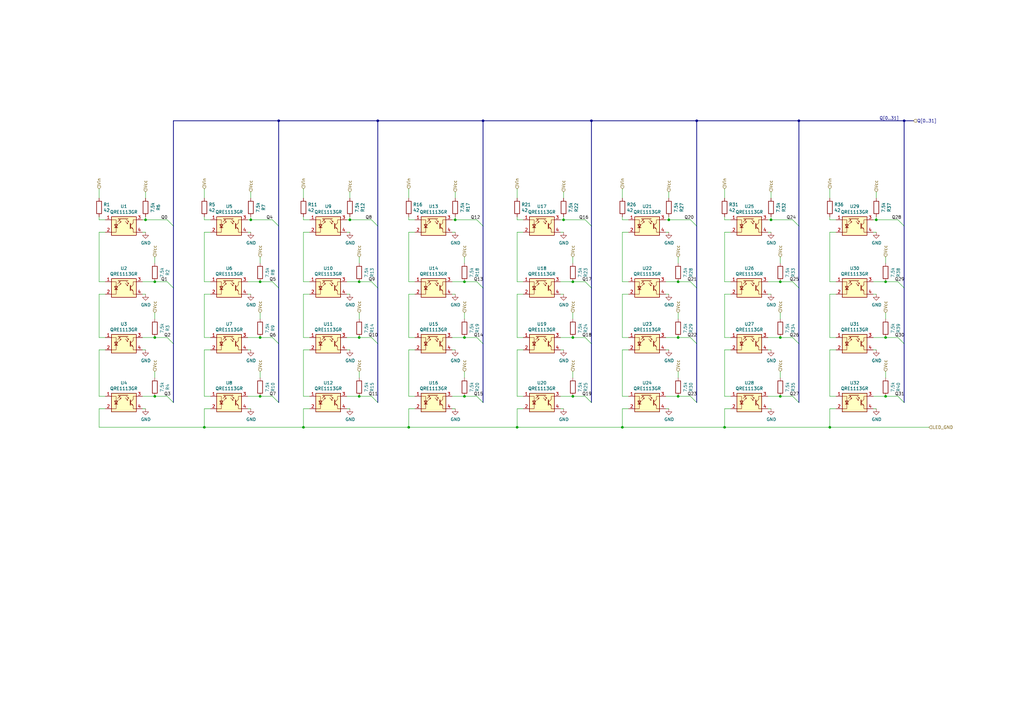
<source format=kicad_sch>
(kicad_sch (version 20211123) (generator eeschema)
  (paper "A3")
  (lib_symbols
    (symbol "Device:R" (pin_numbers hide) (pin_names (offset 0))
      (property "Reference" "R" (at 2.032 0 90))
      (property "Value" "R" (at 0 0 90))
      (symbol "R_0_1"
        (rectangle (start -1.016 -2.54) (end 1.016 2.54) (stroke (width 0.254)))
      )
      (symbol "R_1_1"
        (pin passive line (at 0 3.81 270) (length 1.27) (name "~") (number "1"))
        (pin passive line (at 0 -3.81 90) (length 1.27) (name "~") (number "2"))
      )
    )
    (symbol "Sensor_Proximity:QRE1113GR" (pin_names (offset 0.0254) hide)
      (property "Reference" "U" (at -3.81 5.08 0))
      (property "Value" "QRE1113GR" (at 11.43 5.08 0))
      (symbol "QRE1113GR_0_1"
        (polyline (pts (xy -3.81 -0.635) (xy -2.54 -0.635)) (stroke (width 0.254)))
        (polyline (pts (xy -2.286 2.921) (xy -2.032 3.175)))
        (polyline (pts (xy -1.778 2.921) (xy -1.524 3.175)))
        (polyline (pts (xy -1.524 2.667) (xy -1.651 2.159)))
        (polyline (pts (xy -1.27 2.921) (xy -1.016 3.175)))
        (polyline (pts (xy -1.143 1.905) (xy -1.27 1.397)))
        (polyline (pts (xy -0.762 2.921) (xy -0.508 3.175)))
        (polyline (pts (xy -0.254 2.921) (xy 0 3.175)))
        (polyline (pts (xy 0.254 2.921) (xy 0.508 3.175)))
        (polyline (pts (xy 0.762 2.921) (xy 1.016 3.175)))
        (polyline (pts (xy 1.27 2.921) (xy 1.524 3.175)))
        (polyline (pts (xy 1.651 0.889) (xy 1.143 1.016)))
        (polyline (pts (xy 1.778 2.921) (xy -2.413 2.921)))
        (polyline (pts (xy 2.032 1.651) (xy 1.524 1.778)))
        (polyline (pts (xy 2.667 -0.127) (xy 3.81 -1.27)))
        (polyline (pts (xy 2.667 0.127) (xy 3.81 1.27)))
        (polyline (pts (xy -2.54 1.651) (xy -1.524 2.667) (xy -2.032 2.54)))
        (polyline (pts (xy -2.159 0.889) (xy -1.143 1.905) (xy -1.651 1.778)))
        (polyline (pts (xy 0.635 1.905) (xy 1.651 0.889) (xy 1.524 1.397)))
        (polyline (pts (xy 1.016 2.667) (xy 2.032 1.651) (xy 1.905 2.159)))
        (polyline (pts (xy 2.667 1.016) (xy 2.667 -1.016) (xy 2.667 -1.016)) (stroke (width 0.3556)))
        (polyline (pts (xy 3.81 -1.27) (xy 3.81 -2.54) (xy 5.08 -2.54)))
        (polyline (pts (xy 3.81 1.27) (xy 3.81 2.54) (xy 5.08 2.54)))
        (polyline (pts (xy -5.08 -2.54) (xy -3.175 -2.54) (xy -3.175 2.54) (xy -5.08 2.54)))
        (polyline (pts (xy -3.175 -0.635) (xy -3.81 0.635) (xy -2.54 0.635) (xy -3.175 -0.635)) (stroke (width 0.254)))
        (polyline (pts (xy 3.683 -1.143) (xy 3.429 -0.635) (xy 3.175 -0.889) (xy 3.683 -1.143)))
        (polyline (pts (xy -5.08 -3.81) (xy 5.08 -3.81) (xy 5.08 3.81) (xy -5.08 3.81) (xy -5.08 -3.81)) (stroke (width 0.254)) (fill (type background)))
      )
      (symbol "QRE1113GR_1_1"
        (pin passive line (at -7.62 2.54 0) (length 2.54) (name "A") (number "1"))
        (pin passive line (at -7.62 -2.54 0) (length 2.54) (name "K") (number "2"))
        (pin open_collector line (at 7.62 2.54 180) (length 2.54) (name "~") (number "3"))
        (pin open_emitter line (at 7.62 -2.54 180) (length 2.54) (name "~") (number "4"))
      )
    )
    (symbol "power:GND" (power) (pin_names (offset 0))
      (property "Value" "GND" (at 0 -3.81 0))
      (symbol "GND_0_1"
        (polyline (pts (xy 0 0) (xy 0 -1.27) (xy 1.27 -1.27) (xy 0 -2.54) (xy -1.27 -1.27) (xy 0 -1.27)))
      )
      (symbol "GND_1_1"
        (pin power_in line (at 0 0 270) (length 0) hide (name "GND") (number "1"))
      )
    )
  )
  (junction (at 234.95 138.43))
  (junction (at 340.36 175.26))
  (junction (at 190.5 138.43))
  (junction (at 363.22 162.56))
  (junction (at 363.22 115.57))
  (junction (at 198.12 49.53))
  (junction (at 363.22 138.43))
  (junction (at 278.13 162.56))
  (junction (at 285.75 49.53))
  (junction (at 234.95 162.56))
  (junction (at 143.51 90.17))
  (junction (at 231.14 90.17))
  (junction (at 114.3 49.53))
  (junction (at 106.68 138.43))
  (junction (at 106.68 162.56))
  (junction (at 147.32 162.56))
  (junction (at 242.57 49.53))
  (junction (at 274.32 90.17))
  (junction (at 297.18 175.26))
  (junction (at 147.32 115.57))
  (junction (at 83.82 175.26))
  (junction (at 278.13 138.43))
  (junction (at 327.66 49.53))
  (junction (at 212.09 175.26))
  (junction (at 278.13 115.57))
  (junction (at 124.46 175.26))
  (junction (at 63.5 138.43))
  (junction (at 320.04 162.56))
  (junction (at 186.69 90.17))
  (junction (at 320.04 138.43))
  (junction (at 234.95 115.57))
  (junction (at 320.04 115.57))
  (junction (at 167.64 175.26))
  (junction (at 359.41 90.17))
  (junction (at 154.94 49.53))
  (junction (at 106.68 115.57))
  (junction (at 190.5 115.57))
  (junction (at 102.87 90.17))
  (junction (at 147.32 138.43))
  (junction (at 63.5 115.57))
  (junction (at 255.27 175.26))
  (junction (at 316.23 90.17))
  (junction (at 63.5 162.56))
  (junction (at 59.69 90.17))
  (junction (at 370.84 49.53))
  (junction (at 190.5 162.56))
  (bus_entry (at 152.4 90.17) (size 2.54 2.54))
  (bus_entry (at 68.58 90.17) (size 2.54 2.54))
  (bus_entry (at 111.76 90.17) (size 2.54 2.54))
  (bus_entry (at 368.3 138.43) (size 2.54 2.54))
  (bus_entry (at 325.12 115.57) (size 2.54 2.54))
  (bus_entry (at 152.4 115.57) (size 2.54 2.54))
  (bus_entry (at 111.76 138.43) (size 2.54 2.54))
  (bus_entry (at 68.58 162.56) (size 2.54 2.54))
  (bus_entry (at 195.58 138.43) (size 2.54 2.54))
  (bus_entry (at 283.21 138.43) (size 2.54 2.54))
  (bus_entry (at 240.03 90.17) (size 2.54 2.54))
  (bus_entry (at 283.21 162.56) (size 2.54 2.54))
  (bus_entry (at 195.58 162.56) (size 2.54 2.54))
  (bus_entry (at 111.76 115.57) (size 2.54 2.54))
  (bus_entry (at 240.03 138.43) (size 2.54 2.54))
  (bus_entry (at 111.76 162.56) (size 2.54 2.54))
  (bus_entry (at 325.12 162.56) (size 2.54 2.54))
  (bus_entry (at 325.12 138.43) (size 2.54 2.54))
  (bus_entry (at 195.58 90.17) (size 2.54 2.54))
  (bus_entry (at 368.3 90.17) (size 2.54 2.54))
  (bus_entry (at 240.03 162.56) (size 2.54 2.54))
  (bus_entry (at 195.58 115.57) (size 2.54 2.54))
  (bus_entry (at 368.3 162.56) (size 2.54 2.54))
  (bus_entry (at 368.3 115.57) (size 2.54 2.54))
  (bus_entry (at 152.4 162.56) (size 2.54 2.54))
  (bus_entry (at 152.4 138.43) (size 2.54 2.54))
  (bus_entry (at 68.58 138.43) (size 2.54 2.54))
  (bus_entry (at 283.21 90.17) (size 2.54 2.54))
  (bus_entry (at 68.58 115.57) (size 2.54 2.54))
  (bus_entry (at 240.03 115.57) (size 2.54 2.54))
  (bus_entry (at 325.12 90.17) (size 2.54 2.54))
  (bus_entry (at 283.21 115.57) (size 2.54 2.54))
  (wire (pts (xy 170.18 167.64) (xy 167.64 167.64)))
  (wire (pts (xy 143.51 81.28) (xy 143.51 78.74)))
  (wire (pts (xy 212.09 143.51) (xy 212.09 162.56)))
  (wire (pts (xy 363.22 107.95) (xy 363.22 105.41)))
  (wire (pts (xy 101.6 162.56) (xy 106.68 162.56)))
  (wire (pts (xy 255.27 90.17) (xy 257.81 90.17)))
  (bus (pts (xy 370.84 49.53) (xy 374.65 49.53)))
  (wire (pts (xy 40.64 77.47) (xy 40.64 81.28)))
  (bus (pts (xy 370.84 49.53) (xy 370.84 92.71)))
  (wire (pts (xy 320.04 138.43) (xy 325.12 138.43)))
  (wire (pts (xy 190.5 138.43) (xy 195.58 138.43)))
  (wire (pts (xy 86.36 120.65) (xy 83.82 120.65)))
  (wire (pts (xy 273.05 162.56) (xy 278.13 162.56)))
  (wire (pts (xy 167.64 77.47) (xy 167.64 81.28)))
  (wire (pts (xy 255.27 120.65) (xy 255.27 138.43)))
  (wire (pts (xy 212.09 162.56) (xy 214.63 162.56)))
  (wire (pts (xy 142.24 115.57) (xy 147.32 115.57)))
  (wire (pts (xy 143.51 90.17) (xy 152.4 90.17)))
  (wire (pts (xy 340.36 175.26) (xy 381 175.26)))
  (wire (pts (xy 167.64 143.51) (xy 167.64 162.56)))
  (wire (pts (xy 40.64 167.64) (xy 40.64 175.26)))
  (wire (pts (xy 101.6 115.57) (xy 106.68 115.57)))
  (wire (pts (xy 58.42 138.43) (xy 63.5 138.43)))
  (wire (pts (xy 58.42 95.25) (xy 59.69 95.25)))
  (wire (pts (xy 231.14 90.17) (xy 231.14 88.9)))
  (wire (pts (xy 273.05 120.65) (xy 274.32 120.65)))
  (wire (pts (xy 212.09 138.43) (xy 214.63 138.43)))
  (wire (pts (xy 231.14 143.51) (xy 229.87 143.51)))
  (wire (pts (xy 83.82 95.25) (xy 83.82 115.57)))
  (wire (pts (xy 58.42 162.56) (xy 63.5 162.56)))
  (wire (pts (xy 83.82 88.9) (xy 83.82 90.17)))
  (bus (pts (xy 198.12 140.97) (xy 198.12 165.1)))
  (wire (pts (xy 314.96 138.43) (xy 320.04 138.43)))
  (wire (pts (xy 142.24 138.43) (xy 147.32 138.43)))
  (wire (pts (xy 257.81 120.65) (xy 255.27 120.65)))
  (wire (pts (xy 106.68 107.95) (xy 106.68 105.41)))
  (wire (pts (xy 297.18 120.65) (xy 297.18 138.43)))
  (bus (pts (xy 285.75 92.71) (xy 285.75 118.11)))
  (wire (pts (xy 278.13 130.81) (xy 278.13 128.27)))
  (wire (pts (xy 316.23 90.17) (xy 325.12 90.17)))
  (wire (pts (xy 320.04 115.57) (xy 325.12 115.57)))
  (wire (pts (xy 186.69 90.17) (xy 195.58 90.17)))
  (wire (pts (xy 231.14 90.17) (xy 240.03 90.17)))
  (wire (pts (xy 63.5 162.56) (xy 68.58 162.56)))
  (wire (pts (xy 147.32 115.57) (xy 152.4 115.57)))
  (wire (pts (xy 342.9 167.64) (xy 340.36 167.64)))
  (wire (pts (xy 359.41 81.28) (xy 359.41 78.74)))
  (wire (pts (xy 124.46 143.51) (xy 124.46 162.56)))
  (wire (pts (xy 124.46 88.9) (xy 124.46 90.17)))
  (wire (pts (xy 255.27 77.47) (xy 255.27 81.28)))
  (wire (pts (xy 190.5 107.95) (xy 190.5 105.41)))
  (bus (pts (xy 114.3 118.11) (xy 114.3 140.97)))
  (wire (pts (xy 124.46 167.64) (xy 124.46 175.26)))
  (wire (pts (xy 124.46 95.25) (xy 124.46 115.57)))
  (wire (pts (xy 363.22 130.81) (xy 363.22 128.27)))
  (wire (pts (xy 143.51 143.51) (xy 142.24 143.51)))
  (bus (pts (xy 154.94 140.97) (xy 154.94 165.1)))
  (bus (pts (xy 242.57 118.11) (xy 242.57 140.97)))
  (wire (pts (xy 124.46 77.47) (xy 124.46 81.28)))
  (wire (pts (xy 83.82 138.43) (xy 86.36 138.43)))
  (wire (pts (xy 124.46 175.26) (xy 167.64 175.26)))
  (wire (pts (xy 273.05 167.64) (xy 274.32 167.64)))
  (wire (pts (xy 190.5 154.94) (xy 190.5 152.4)))
  (wire (pts (xy 58.42 115.57) (xy 63.5 115.57)))
  (wire (pts (xy 255.27 88.9) (xy 255.27 90.17)))
  (wire (pts (xy 124.46 90.17) (xy 127 90.17)))
  (bus (pts (xy 327.66 140.97) (xy 327.66 165.1)))
  (wire (pts (xy 363.22 154.94) (xy 363.22 152.4)))
  (bus (pts (xy 114.3 49.53) (xy 154.94 49.53)))
  (wire (pts (xy 359.41 90.17) (xy 368.3 90.17)))
  (bus (pts (xy 154.94 118.11) (xy 154.94 140.97)))
  (wire (pts (xy 274.32 143.51) (xy 273.05 143.51)))
  (bus (pts (xy 154.94 49.53) (xy 154.94 92.71)))
  (wire (pts (xy 320.04 130.81) (xy 320.04 128.27)))
  (wire (pts (xy 358.14 90.17) (xy 359.41 90.17)))
  (wire (pts (xy 170.18 143.51) (xy 167.64 143.51)))
  (wire (pts (xy 255.27 143.51) (xy 255.27 162.56)))
  (wire (pts (xy 297.18 115.57) (xy 299.72 115.57)))
  (bus (pts (xy 370.84 140.97) (xy 370.84 165.1)))
  (wire (pts (xy 316.23 81.28) (xy 316.23 78.74)))
  (wire (pts (xy 142.24 90.17) (xy 143.51 90.17)))
  (wire (pts (xy 234.95 154.94) (xy 234.95 152.4)))
  (wire (pts (xy 255.27 175.26) (xy 297.18 175.26)))
  (wire (pts (xy 190.5 162.56) (xy 195.58 162.56)))
  (wire (pts (xy 297.18 162.56) (xy 299.72 162.56)))
  (wire (pts (xy 63.5 138.43) (xy 68.58 138.43)))
  (bus (pts (xy 327.66 92.71) (xy 327.66 118.11)))
  (wire (pts (xy 342.9 120.65) (xy 340.36 120.65)))
  (wire (pts (xy 278.13 162.56) (xy 283.21 162.56)))
  (wire (pts (xy 101.6 167.64) (xy 102.87 167.64)))
  (wire (pts (xy 229.87 120.65) (xy 231.14 120.65)))
  (wire (pts (xy 167.64 95.25) (xy 170.18 95.25)))
  (wire (pts (xy 299.72 143.51) (xy 297.18 143.51)))
  (wire (pts (xy 316.23 143.51) (xy 314.96 143.51)))
  (bus (pts (xy 71.12 49.53) (xy 114.3 49.53)))
  (bus (pts (xy 154.94 49.53) (xy 198.12 49.53)))
  (wire (pts (xy 106.68 130.81) (xy 106.68 128.27)))
  (bus (pts (xy 71.12 118.11) (xy 71.12 140.97)))
  (wire (pts (xy 212.09 115.57) (xy 214.63 115.57)))
  (wire (pts (xy 359.41 143.51) (xy 358.14 143.51)))
  (bus (pts (xy 285.75 140.97) (xy 285.75 165.1)))
  (wire (pts (xy 43.18 120.65) (xy 40.64 120.65)))
  (wire (pts (xy 255.27 162.56) (xy 257.81 162.56)))
  (wire (pts (xy 229.87 138.43) (xy 234.95 138.43)))
  (wire (pts (xy 320.04 107.95) (xy 320.04 105.41)))
  (bus (pts (xy 285.75 118.11) (xy 285.75 140.97)))
  (wire (pts (xy 167.64 95.25) (xy 167.64 115.57)))
  (wire (pts (xy 106.68 154.94) (xy 106.68 152.4)))
  (bus (pts (xy 285.75 49.53) (xy 327.66 49.53)))
  (wire (pts (xy 40.64 175.26) (xy 83.82 175.26)))
  (wire (pts (xy 127 167.64) (xy 124.46 167.64)))
  (wire (pts (xy 59.69 90.17) (xy 59.69 88.9)))
  (wire (pts (xy 363.22 138.43) (xy 368.3 138.43)))
  (wire (pts (xy 297.18 95.25) (xy 297.18 115.57)))
  (wire (pts (xy 278.13 154.94) (xy 278.13 152.4)))
  (wire (pts (xy 102.87 90.17) (xy 111.76 90.17)))
  (wire (pts (xy 101.6 138.43) (xy 106.68 138.43)))
  (wire (pts (xy 63.5 154.94) (xy 63.5 152.4)))
  (wire (pts (xy 212.09 95.25) (xy 212.09 115.57)))
  (wire (pts (xy 340.36 143.51) (xy 340.36 162.56)))
  (bus (pts (xy 242.57 49.53) (xy 285.75 49.53)))
  (wire (pts (xy 185.42 115.57) (xy 190.5 115.57)))
  (wire (pts (xy 106.68 162.56) (xy 111.76 162.56)))
  (wire (pts (xy 101.6 120.65) (xy 102.87 120.65)))
  (wire (pts (xy 63.5 130.81) (xy 63.5 128.27)))
  (wire (pts (xy 297.18 167.64) (xy 297.18 175.26)))
  (wire (pts (xy 340.36 115.57) (xy 342.9 115.57)))
  (wire (pts (xy 340.36 88.9) (xy 340.36 90.17)))
  (wire (pts (xy 320.04 162.56) (xy 325.12 162.56)))
  (wire (pts (xy 297.18 95.25) (xy 299.72 95.25)))
  (wire (pts (xy 255.27 115.57) (xy 257.81 115.57)))
  (wire (pts (xy 234.95 115.57) (xy 240.03 115.57)))
  (wire (pts (xy 185.42 120.65) (xy 186.69 120.65)))
  (wire (pts (xy 124.46 162.56) (xy 127 162.56)))
  (bus (pts (xy 71.12 92.71) (xy 71.12 118.11)))
  (wire (pts (xy 278.13 115.57) (xy 283.21 115.57)))
  (bus (pts (xy 327.66 118.11) (xy 327.66 140.97)))
  (bus (pts (xy 198.12 92.71) (xy 198.12 118.11)))
  (wire (pts (xy 273.05 138.43) (xy 278.13 138.43)))
  (wire (pts (xy 340.36 120.65) (xy 340.36 138.43)))
  (wire (pts (xy 43.18 167.64) (xy 40.64 167.64)))
  (wire (pts (xy 185.42 162.56) (xy 190.5 162.56)))
  (wire (pts (xy 314.96 95.25) (xy 316.23 95.25)))
  (bus (pts (xy 327.66 49.53) (xy 327.66 92.71)))
  (wire (pts (xy 167.64 115.57) (xy 170.18 115.57)))
  (bus (pts (xy 242.57 92.71) (xy 242.57 118.11)))
  (wire (pts (xy 234.95 107.95) (xy 234.95 105.41)))
  (wire (pts (xy 186.69 90.17) (xy 186.69 88.9)))
  (wire (pts (xy 167.64 120.65) (xy 167.64 138.43)))
  (wire (pts (xy 274.32 81.28) (xy 274.32 78.74)))
  (wire (pts (xy 147.32 154.94) (xy 147.32 152.4)))
  (wire (pts (xy 190.5 115.57) (xy 195.58 115.57)))
  (bus (pts (xy 198.12 49.53) (xy 242.57 49.53)))
  (wire (pts (xy 59.69 143.51) (xy 58.42 143.51)))
  (wire (pts (xy 43.18 143.51) (xy 40.64 143.51)))
  (wire (pts (xy 340.36 95.25) (xy 342.9 95.25)))
  (wire (pts (xy 316.23 90.17) (xy 316.23 88.9)))
  (wire (pts (xy 340.36 77.47) (xy 340.36 81.28)))
  (wire (pts (xy 186.69 81.28) (xy 186.69 78.74)))
  (wire (pts (xy 124.46 120.65) (xy 124.46 138.43)))
  (wire (pts (xy 185.42 90.17) (xy 186.69 90.17)))
  (wire (pts (xy 127 120.65) (xy 124.46 120.65)))
  (wire (pts (xy 124.46 115.57) (xy 127 115.57)))
  (wire (pts (xy 229.87 115.57) (xy 234.95 115.57)))
  (wire (pts (xy 101.6 95.25) (xy 102.87 95.25)))
  (wire (pts (xy 83.82 115.57) (xy 86.36 115.57)))
  (wire (pts (xy 40.64 88.9) (xy 40.64 90.17)))
  (wire (pts (xy 273.05 115.57) (xy 278.13 115.57)))
  (wire (pts (xy 40.64 90.17) (xy 43.18 90.17)))
  (wire (pts (xy 257.81 143.51) (xy 255.27 143.51)))
  (wire (pts (xy 147.32 138.43) (xy 152.4 138.43)))
  (wire (pts (xy 86.36 143.51) (xy 83.82 143.51)))
  (bus (pts (xy 154.94 92.71) (xy 154.94 118.11)))
  (wire (pts (xy 124.46 95.25) (xy 127 95.25)))
  (wire (pts (xy 358.14 167.64) (xy 359.41 167.64)))
  (wire (pts (xy 273.05 95.25) (xy 274.32 95.25)))
  (wire (pts (xy 83.82 90.17) (xy 86.36 90.17)))
  (wire (pts (xy 314.96 115.57) (xy 320.04 115.57)))
  (wire (pts (xy 299.72 167.64) (xy 297.18 167.64)))
  (wire (pts (xy 147.32 107.95) (xy 147.32 105.41)))
  (wire (pts (xy 58.42 90.17) (xy 59.69 90.17)))
  (bus (pts (xy 285.75 49.53) (xy 285.75 92.71)))
  (wire (pts (xy 255.27 95.25) (xy 255.27 115.57)))
  (wire (pts (xy 278.13 138.43) (xy 283.21 138.43)))
  (wire (pts (xy 143.51 90.17) (xy 143.51 88.9)))
  (wire (pts (xy 340.36 167.64) (xy 340.36 175.26)))
  (wire (pts (xy 58.42 167.64) (xy 59.69 167.64)))
  (wire (pts (xy 83.82 167.64) (xy 83.82 175.26)))
  (wire (pts (xy 40.64 120.65) (xy 40.64 138.43)))
  (wire (pts (xy 212.09 95.25) (xy 214.63 95.25)))
  (wire (pts (xy 190.5 130.81) (xy 190.5 128.27)))
  (wire (pts (xy 83.82 162.56) (xy 86.36 162.56)))
  (wire (pts (xy 212.09 90.17) (xy 214.63 90.17)))
  (wire (pts (xy 358.14 138.43) (xy 363.22 138.43)))
  (wire (pts (xy 358.14 162.56) (xy 363.22 162.56)))
  (wire (pts (xy 314.96 90.17) (xy 316.23 90.17)))
  (wire (pts (xy 214.63 143.51) (xy 212.09 143.51)))
  (wire (pts (xy 342.9 143.51) (xy 340.36 143.51)))
  (bus (pts (xy 242.57 140.97) (xy 242.57 165.1)))
  (wire (pts (xy 299.72 120.65) (xy 297.18 120.65)))
  (wire (pts (xy 40.64 162.56) (xy 43.18 162.56)))
  (wire (pts (xy 147.32 130.81) (xy 147.32 128.27)))
  (wire (pts (xy 273.05 90.17) (xy 274.32 90.17)))
  (wire (pts (xy 314.96 167.64) (xy 316.23 167.64)))
  (wire (pts (xy 297.18 77.47) (xy 297.18 81.28)))
  (wire (pts (xy 363.22 162.56) (xy 368.3 162.56)))
  (wire (pts (xy 83.82 143.51) (xy 83.82 162.56)))
  (wire (pts (xy 142.24 120.65) (xy 143.51 120.65)))
  (wire (pts (xy 234.95 138.43) (xy 240.03 138.43)))
  (bus (pts (xy 198.12 49.53) (xy 198.12 92.71)))
  (wire (pts (xy 40.64 138.43) (xy 43.18 138.43)))
  (bus (pts (xy 198.12 118.11) (xy 198.12 140.97)))
  (wire (pts (xy 255.27 95.25) (xy 257.81 95.25)))
  (wire (pts (xy 359.41 90.17) (xy 359.41 88.9)))
  (wire (pts (xy 185.42 95.25) (xy 186.69 95.25)))
  (bus (pts (xy 370.84 118.11) (xy 370.84 140.97)))
  (wire (pts (xy 274.32 90.17) (xy 274.32 88.9)))
  (wire (pts (xy 106.68 138.43) (xy 111.76 138.43)))
  (bus (pts (xy 370.84 92.71) (xy 370.84 118.11)))
  (wire (pts (xy 229.87 90.17) (xy 231.14 90.17)))
  (wire (pts (xy 186.69 143.51) (xy 185.42 143.51)))
  (wire (pts (xy 102.87 143.51) (xy 101.6 143.51)))
  (wire (pts (xy 167.64 90.17) (xy 170.18 90.17)))
  (bus (pts (xy 114.3 49.53) (xy 114.3 92.71)))
  (wire (pts (xy 278.13 107.95) (xy 278.13 105.41)))
  (wire (pts (xy 142.24 162.56) (xy 147.32 162.56)))
  (wire (pts (xy 340.36 162.56) (xy 342.9 162.56)))
  (bus (pts (xy 242.57 49.53) (xy 242.57 92.71)))
  (wire (pts (xy 106.68 115.57) (xy 111.76 115.57)))
  (wire (pts (xy 185.42 167.64) (xy 186.69 167.64)))
  (wire (pts (xy 142.24 167.64) (xy 143.51 167.64)))
  (wire (pts (xy 212.09 77.47) (xy 212.09 81.28)))
  (wire (pts (xy 83.82 95.25) (xy 86.36 95.25)))
  (wire (pts (xy 127 143.51) (xy 124.46 143.51)))
  (wire (pts (xy 297.18 138.43) (xy 299.72 138.43)))
  (bus (pts (xy 114.3 92.71) (xy 114.3 118.11)))
  (wire (pts (xy 320.04 154.94) (xy 320.04 152.4)))
  (wire (pts (xy 170.18 120.65) (xy 167.64 120.65)))
  (wire (pts (xy 167.64 175.26) (xy 212.09 175.26)))
  (wire (pts (xy 40.64 143.51) (xy 40.64 162.56)))
  (wire (pts (xy 340.36 138.43) (xy 342.9 138.43)))
  (wire (pts (xy 214.63 167.64) (xy 212.09 167.64)))
  (wire (pts (xy 86.36 167.64) (xy 83.82 167.64)))
  (wire (pts (xy 274.32 90.17) (xy 283.21 90.17)))
  (wire (pts (xy 185.42 138.43) (xy 190.5 138.43)))
  (wire (pts (xy 358.14 115.57) (xy 363.22 115.57)))
  (wire (pts (xy 58.42 120.65) (xy 59.69 120.65)))
  (wire (pts (xy 102.87 90.17) (xy 102.87 88.9)))
  (wire (pts (xy 340.36 90.17) (xy 342.9 90.17)))
  (wire (pts (xy 59.69 81.28) (xy 59.69 78.74)))
  (wire (pts (xy 297.18 90.17) (xy 299.72 90.17)))
  (wire (pts (xy 102.87 81.28) (xy 102.87 78.74)))
  (wire (pts (xy 234.95 162.56) (xy 240.03 162.56)))
  (wire (pts (xy 83.82 77.47) (xy 83.82 81.28)))
  (wire (pts (xy 314.96 120.65) (xy 316.23 120.65)))
  (wire (pts (xy 167.64 162.56) (xy 170.18 162.56)))
  (wire (pts (xy 83.82 120.65) (xy 83.82 138.43)))
  (wire (pts (xy 167.64 167.64) (xy 167.64 175.26)))
  (wire (pts (xy 83.82 175.26) (xy 124.46 175.26)))
  (wire (pts (xy 229.87 162.56) (xy 234.95 162.56)))
  (wire (pts (xy 147.32 162.56) (xy 152.4 162.56)))
  (bus (pts (xy 327.66 49.53) (xy 370.84 49.53)))
  (wire (pts (xy 124.46 138.43) (xy 127 138.43)))
  (wire (pts (xy 255.27 138.43) (xy 257.81 138.43)))
  (wire (pts (xy 234.95 130.81) (xy 234.95 128.27)))
  (wire (pts (xy 229.87 167.64) (xy 231.14 167.64)))
  (wire (pts (xy 297.18 175.26) (xy 340.36 175.26)))
  (wire (pts (xy 167.64 138.43) (xy 170.18 138.43)))
  (wire (pts (xy 340.36 95.25) (xy 340.36 115.57)))
  (wire (pts (xy 212.09 88.9) (xy 212.09 90.17)))
  (wire (pts (xy 63.5 115.57) (xy 68.58 115.57)))
  (bus (pts (xy 71.12 140.97) (xy 71.12 165.1)))
  (wire (pts (xy 255.27 167.64) (xy 255.27 175.26)))
  (bus (pts (xy 71.12 49.53) (xy 71.12 92.71)))
  (wire (pts (xy 358.14 120.65) (xy 359.41 120.65)))
  (wire (pts (xy 212.09 167.64) (xy 212.09 175.26)))
  (wire (pts (xy 257.81 167.64) (xy 255.27 167.64)))
  (wire (pts (xy 101.6 90.17) (xy 102.87 90.17)))
  (wire (pts (xy 40.64 95.25) (xy 43.18 95.25)))
  (wire (pts (xy 358.14 95.25) (xy 359.41 95.25)))
  (wire (pts (xy 297.18 143.51) (xy 297.18 162.56)))
  (wire (pts (xy 40.64 115.57) (xy 43.18 115.57)))
  (wire (pts (xy 59.69 90.17) (xy 68.58 90.17)))
  (wire (pts (xy 212.09 175.26) (xy 255.27 175.26)))
  (wire (pts (xy 314.96 162.56) (xy 320.04 162.56)))
  (wire (pts (xy 363.22 115.57) (xy 368.3 115.57)))
  (wire (pts (xy 212.09 120.65) (xy 212.09 138.43)))
  (wire (pts (xy 63.5 107.95) (xy 63.5 105.41)))
  (wire (pts (xy 214.63 120.65) (xy 212.09 120.65)))
  (wire (pts (xy 167.64 88.9) (xy 167.64 90.17)))
  (wire (pts (xy 142.24 95.25) (xy 143.51 95.25)))
  (bus (pts (xy 114.3 140.97) (xy 114.3 165.1)))
  (wire (pts (xy 297.18 88.9) (xy 297.18 90.17)))
  (wire (pts (xy 40.64 95.25) (xy 40.64 115.57)))
  (wire (pts (xy 231.14 81.28) (xy 231.14 78.74)))
  (wire (pts (xy 229.87 95.25) (xy 231.14 95.25)))
  (label "Q9" (at 151.13 115.57 0))
  (label "Q31" (at 367.03 162.56 0))
  (label "Q20" (at 280.67 90.17 0))
  (label "Q6" (at 110.49 138.43 0))
  (label "Q15" (at 194.31 162.56 0))
  (label "Q4" (at 109.22 90.17 0))
  (label "Q19" (at 238.76 162.56 0))
  (label "Q12" (at 193.04 90.17 0))
  (label "Q10" (at 151.13 138.43 0))
  (label "Q2" (at 67.31 138.43 0))
  (label "Q23" (at 281.94 162.56 0))
  (label "Q11" (at 151.13 162.56 0))
  (label "Q28" (at 365.76 90.17 0))
  (label "Q27" (at 323.85 162.56 0))
  (label "Q5" (at 110.49 115.57 0))
  (label "Q26" (at 323.85 138.43 0))
  (label "Q0" (at 66.04 90.17 0))
  (label "Q13" (at 194.31 115.57 0))
  (label "Q25" (at 323.85 115.57 0))
  (label "Q30" (at 367.03 138.43 0))
  (label "Q7" (at 110.49 162.56 0))
  (label "Q1" (at 66.04 115.57 0))
  (label "Q3" (at 67.31 162.56 0))
  (label "Q24" (at 322.58 90.17 0))
  (label "Q[0..31]" (at 360.68 49.53 0))
  (label "Q16" (at 237.49 90.17 0))
  (label "Q17" (at 238.76 115.57 0))
  (label "Q21" (at 281.94 115.57 0))
  (label "Q8" (at 149.86 90.17 0))
  (label "Q18" (at 238.76 138.43 0))
  (label "Q14" (at 194.31 138.43 0))
  (label "Q22" (at 281.94 138.43 0))
  (label "Q29" (at 367.03 115.57 0))
  (hierarchical_label "Vin" (shape input) (at 255.27 77.47 90))
  (hierarchical_label "Vcc" (shape input) (at 234.95 152.4 90))
  (hierarchical_label "Vcc" (shape input) (at 320.04 152.4 90))
  (hierarchical_label "Vcc" (shape input) (at 190.5 105.41 90))
  (hierarchical_label "Vcc" (shape input) (at 320.04 128.27 90))
  (hierarchical_label "Vin" (shape input) (at 167.64 77.47 90))
  (hierarchical_label "Vcc" (shape input) (at 278.13 128.27 90))
  (hierarchical_label "Vcc" (shape input) (at 63.5 128.27 90))
  (hierarchical_label "Vin" (shape input) (at 297.18 77.47 90))
  (hierarchical_label "Vcc" (shape input) (at 278.13 152.4 90))
  (hierarchical_label "Vcc" (shape input) (at 363.22 128.27 90))
  (hierarchical_label "Vcc" (shape input) (at 106.68 152.4 90))
  (hierarchical_label "Vcc" (shape input) (at 190.5 152.4 90))
  (hierarchical_label "Vcc" (shape input) (at 234.95 105.41 90))
  (hierarchical_label "Vcc" (shape input) (at 363.22 105.41 90))
  (hierarchical_label "Vcc" (shape input) (at 143.51 78.74 90))
  (hierarchical_label "Vcc" (shape input) (at 106.68 128.27 90))
  (hierarchical_label "Vin" (shape input) (at 212.09 77.47 90))
  (hierarchical_label "Vcc" (shape input) (at 147.32 128.27 90))
  (hierarchical_label "Vin" (shape input) (at 40.64 77.47 90))
  (hierarchical_label "Vcc" (shape input) (at 147.32 105.41 90))
  (hierarchical_label "Vcc" (shape input) (at 106.68 105.41 90))
  (hierarchical_label "Vcc" (shape input) (at 186.69 78.74 90))
  (hierarchical_label "Vcc" (shape input) (at 359.41 78.74 90))
  (hierarchical_label "Vin" (shape input) (at 124.46 77.47 90))
  (hierarchical_label "Vin" (shape input) (at 83.82 77.47 90))
  (hierarchical_label "Vcc" (shape input) (at 190.5 128.27 90))
  (hierarchical_label "Vcc" (shape input) (at 363.22 152.4 90))
  (hierarchical_label "Vcc" (shape input) (at 278.13 105.41 90))
  (hierarchical_label "LED_GND" (shape input) (at 381 175.26 0))
  (hierarchical_label "Vcc" (shape input) (at 231.14 78.74 90))
  (hierarchical_label "Vcc" (shape input) (at 102.87 78.74 90))
  (hierarchical_label "Vcc" (shape input) (at 59.69 78.74 90))
  (hierarchical_label "Vcc" (shape input) (at 63.5 152.4 90))
  (hierarchical_label "Vcc" (shape input) (at 63.5 105.41 90))
  (hierarchical_label "Vcc" (shape input) (at 234.95 128.27 90))
  (hierarchical_label "Vcc" (shape input) (at 320.04 105.41 90))
  (hierarchical_label "Vcc" (shape input) (at 316.23 78.74 90))
  (hierarchical_label "Vcc" (shape input) (at 274.32 78.74 90))
  (hierarchical_label "Q[0..31]" (shape input) (at 374.65 49.53 0))
  (hierarchical_label "Vcc" (shape input) (at 147.32 152.4 90))
  (hierarchical_label "Vin" (shape input) (at 340.36 77.47 90))
  (symbol (lib_id "Device:R") (at 40.64 85.09 0) (unit 1)
    (property "Reference" "R1" (at 42.418 83.9216 0) (effects (justify left)))
    (property "Value" "42" (at 42.418 86.233 0) (effects (justify left)))
    (property "Footprint" "Resistor_SMD:R_1206_3216Metric" (effects hide))
  )
  (symbol (lib_id "Device:R") (at 59.69 85.09 180) (unit 1)
    (property "Reference" "R6" (at 64.9478 85.09 90))
    (property "Value" "7.5k" (at 62.6364 85.09 90))
    (property "Footprint" "Resistor_SMD:R_1206_3216Metric" (effects hide))
  )
  (symbol (lib_id "Sensor_Proximity:QRE1113GR") (at 50.8 92.71 0) (unit 1)
    (property "Reference" "U1" (at 50.8 84.6582 0))
    (property "Value" "QRE1113GR" (at 50.8 86.9696 0))
    (property "Footprint" "OptoDevice:OnSemi_CASE100CY" (effects hide))
    (property "Datasheet" "http://www.onsemi.com/pub/Collateral/QRE1113-D.PDF" (effects hide))
  )
  (symbol (lib_id "power:GND") (at 59.69 95.25 0) (unit 1)
    (property "Reference" "#PWR0120" (effects hide))
    (property "Value" "GND" (at 59.817 99.6442 0))
  )
  (symbol (lib_id "Sensor_Proximity:QRE1113GR") (at 50.8 118.11 0) (unit 1)
    (property "Reference" "U2" (at 50.8 110.0582 0))
    (property "Value" "QRE1113GR" (at 50.8 112.3696 0))
    (property "Footprint" "OptoDevice:OnSemi_CASE100CY" (effects hide))
    (property "Datasheet" "http://www.onsemi.com/pub/Collateral/QRE1113-D.PDF" (effects hide))
  )
  (symbol (lib_id "Sensor_Proximity:QRE1113GR") (at 50.8 140.97 0) (unit 1)
    (property "Reference" "U3" (at 50.8 132.9182 0))
    (property "Value" "QRE1113GR" (at 50.8 135.2296 0))
    (property "Footprint" "OptoDevice:OnSemi_CASE100CY" (effects hide))
    (property "Datasheet" "http://www.onsemi.com/pub/Collateral/QRE1113-D.PDF" (effects hide))
  )
  (symbol (lib_id "Sensor_Proximity:QRE1113GR") (at 50.8 165.1 0) (unit 1)
    (property "Reference" "U4" (at 50.8 157.0482 0))
    (property "Value" "QRE1113GR" (at 50.8 159.3596 0))
    (property "Footprint" "OptoDevice:OnSemi_CASE100CY" (effects hide))
    (property "Datasheet" "http://www.onsemi.com/pub/Collateral/QRE1113-D.PDF" (effects hide))
  )
  (symbol (lib_id "power:GND") (at 59.69 120.65 0) (unit 1)
    (property "Reference" "#PWR0115" (effects hide))
    (property "Value" "GND" (at 59.817 125.0442 0))
  )
  (symbol (lib_id "power:GND") (at 59.69 143.51 0) (unit 1)
    (property "Reference" "#PWR03" (effects hide))
    (property "Value" "GND" (at 59.817 147.9042 0))
  )
  (symbol (lib_id "power:GND") (at 59.69 167.64 0) (unit 1)
    (property "Reference" "#PWR0117" (effects hide))
    (property "Value" "GND" (at 59.817 172.0342 0))
  )
  (symbol (lib_id "Device:R") (at 63.5 111.76 180) (unit 1)
    (property "Reference" "R2" (at 68.7578 111.76 90))
    (property "Value" "7.5k" (at 66.4464 111.76 90))
    (property "Footprint" "Resistor_SMD:R_1206_3216Metric" (effects hide))
  )
  (symbol (lib_id "Device:R") (at 63.5 134.62 180) (unit 1)
    (property "Reference" "R3" (at 68.7578 134.62 90))
    (property "Value" "7.5k" (at 66.4464 134.62 90))
    (property "Footprint" "Resistor_SMD:R_1206_3216Metric" (effects hide))
  )
  (symbol (lib_id "Device:R") (at 63.5 158.75 180) (unit 1)
    (property "Reference" "R4" (at 68.7578 158.75 90))
    (property "Value" "7.5k" (at 66.4464 158.75 90))
    (property "Footprint" "Resistor_SMD:R_1206_3216Metric" (effects hide))
  )
  (symbol (lib_id "Device:R") (at 83.82 85.09 0) (unit 1)
    (property "Reference" "R5" (at 85.598 83.9216 0) (effects (justify left)))
    (property "Value" "42" (at 85.598 86.233 0) (effects (justify left)))
    (property "Footprint" "Resistor_SMD:R_1206_3216Metric" (effects hide))
  )
  (symbol (lib_id "power:GND") (at 102.87 95.25 0) (unit 1)
    (property "Reference" "#PWR0121" (effects hide))
    (property "Value" "GND" (at 102.997 99.6442 0))
  )
  (symbol (lib_id "Sensor_Proximity:QRE1113GR") (at 93.98 92.71 0) (unit 1)
    (property "Reference" "U5" (at 93.98 84.6582 0))
    (property "Value" "QRE1113GR" (at 93.98 86.9696 0))
    (property "Footprint" "OptoDevice:OnSemi_CASE100CY" (effects hide))
    (property "Datasheet" "http://www.onsemi.com/pub/Collateral/QRE1113-D.PDF" (effects hide))
  )
  (symbol (lib_id "Device:R") (at 102.87 85.09 180) (unit 1)
    (property "Reference" "R7" (at 108.1278 85.09 90))
    (property "Value" "7.5k" (at 105.8164 85.09 90))
    (property "Footprint" "Resistor_SMD:R_1206_3216Metric" (effects hide))
  )
  (symbol (lib_id "Sensor_Proximity:QRE1113GR") (at 93.98 118.11 0) (unit 1)
    (property "Reference" "U6" (at 93.98 110.0582 0))
    (property "Value" "QRE1113GR" (at 93.98 112.3696 0))
    (property "Footprint" "OptoDevice:OnSemi_CASE100CY" (effects hide))
    (property "Datasheet" "http://www.onsemi.com/pub/Collateral/QRE1113-D.PDF" (effects hide))
  )
  (symbol (lib_id "Sensor_Proximity:QRE1113GR") (at 93.98 140.97 0) (unit 1)
    (property "Reference" "U7" (at 93.98 132.9182 0))
    (property "Value" "QRE1113GR" (at 93.98 135.2296 0))
    (property "Footprint" "OptoDevice:OnSemi_CASE100CY" (effects hide))
    (property "Datasheet" "http://www.onsemi.com/pub/Collateral/QRE1113-D.PDF" (effects hide))
  )
  (symbol (lib_id "Sensor_Proximity:QRE1113GR") (at 93.98 165.1 0) (unit 1)
    (property "Reference" "U8" (at 93.98 157.0482 0))
    (property "Value" "QRE1113GR" (at 93.98 159.3596 0))
    (property "Footprint" "OptoDevice:OnSemi_CASE100CY" (effects hide))
    (property "Datasheet" "http://www.onsemi.com/pub/Collateral/QRE1113-D.PDF" (effects hide))
  )
  (symbol (lib_id "power:GND") (at 102.87 120.65 0) (unit 1)
    (property "Reference" "#PWR0123" (effects hide))
    (property "Value" "GND" (at 102.997 125.0442 0))
  )
  (symbol (lib_id "power:GND") (at 102.87 143.51 0) (unit 1)
    (property "Reference" "#PWR0124" (effects hide))
    (property "Value" "GND" (at 102.997 147.9042 0))
  )
  (symbol (lib_id "power:GND") (at 102.87 167.64 0) (unit 1)
    (property "Reference" "#PWR0125" (effects hide))
    (property "Value" "GND" (at 102.997 172.0342 0))
  )
  (symbol (lib_id "Device:R") (at 106.68 111.76 180) (unit 1)
    (property "Reference" "R8" (at 111.9378 111.76 90))
    (property "Value" "7.5k" (at 109.6264 111.76 90))
    (property "Footprint" "Resistor_SMD:R_1206_3216Metric" (effects hide))
  )
  (symbol (lib_id "Device:R") (at 106.68 134.62 180) (unit 1)
    (property "Reference" "R9" (at 111.9378 134.62 90))
    (property "Value" "7.5k" (at 109.6264 134.62 90))
    (property "Footprint" "Resistor_SMD:R_1206_3216Metric" (effects hide))
  )
  (symbol (lib_id "Device:R") (at 106.68 158.75 180) (unit 1)
    (property "Reference" "R10" (at 111.9378 158.75 90))
    (property "Value" "7.5k" (at 109.6264 158.75 90))
    (property "Footprint" "Resistor_SMD:R_1206_3216Metric" (effects hide))
  )
  (symbol (lib_id "Device:R") (at 124.46 85.09 0) (unit 1)
    (property "Reference" "R11" (at 126.238 83.9216 0) (effects (justify left)))
    (property "Value" "42" (at 126.238 86.233 0) (effects (justify left)))
    (property "Footprint" "Resistor_SMD:R_1206_3216Metric" (effects hide))
  )
  (symbol (lib_id "power:GND") (at 143.51 95.25 0) (unit 1)
    (property "Reference" "#PWR0126" (effects hide))
    (property "Value" "GND" (at 143.637 99.6442 0))
  )
  (symbol (lib_id "Sensor_Proximity:QRE1113GR") (at 134.62 92.71 0) (unit 1)
    (property "Reference" "U9" (at 134.62 84.6582 0))
    (property "Value" "QRE1113GR" (at 134.62 86.9696 0))
    (property "Footprint" "OptoDevice:OnSemi_CASE100CY" (effects hide))
    (property "Datasheet" "http://www.onsemi.com/pub/Collateral/QRE1113-D.PDF" (effects hide))
  )
  (symbol (lib_id "Device:R") (at 143.51 85.09 180) (unit 1)
    (property "Reference" "R12" (at 148.7678 85.09 90))
    (property "Value" "7.5k" (at 146.4564 85.09 90))
    (property "Footprint" "Resistor_SMD:R_1206_3216Metric" (effects hide))
  )
  (symbol (lib_id "Sensor_Proximity:QRE1113GR") (at 134.62 118.11 0) (unit 1)
    (property "Reference" "U10" (at 134.62 110.0582 0))
    (property "Value" "QRE1113GR" (at 134.62 112.3696 0))
    (property "Footprint" "OptoDevice:OnSemi_CASE100CY" (effects hide))
    (property "Datasheet" "http://www.onsemi.com/pub/Collateral/QRE1113-D.PDF" (effects hide))
  )
  (symbol (lib_id "Sensor_Proximity:QRE1113GR") (at 134.62 140.97 0) (unit 1)
    (property "Reference" "U11" (at 134.62 132.9182 0))
    (property "Value" "QRE1113GR" (at 134.62 135.2296 0))
    (property "Footprint" "OptoDevice:OnSemi_CASE100CY" (effects hide))
    (property "Datasheet" "http://www.onsemi.com/pub/Collateral/QRE1113-D.PDF" (effects hide))
  )
  (symbol (lib_id "Sensor_Proximity:QRE1113GR") (at 134.62 165.1 0) (unit 1)
    (property "Reference" "U12" (at 134.62 157.0482 0))
    (property "Value" "QRE1113GR" (at 134.62 159.3596 0))
    (property "Footprint" "OptoDevice:OnSemi_CASE100CY" (effects hide))
    (property "Datasheet" "http://www.onsemi.com/pub/Collateral/QRE1113-D.PDF" (effects hide))
  )
  (symbol (lib_id "power:GND") (at 143.51 120.65 0) (unit 1)
    (property "Reference" "#PWR0128" (effects hide))
    (property "Value" "GND" (at 143.637 125.0442 0))
  )
  (symbol (lib_id "power:GND") (at 143.51 143.51 0) (unit 1)
    (property "Reference" "#PWR0129" (effects hide))
    (property "Value" "GND" (at 143.637 147.9042 0))
  )
  (symbol (lib_id "power:GND") (at 143.51 167.64 0) (unit 1)
    (property "Reference" "#PWR0130" (effects hide))
    (property "Value" "GND" (at 143.637 172.0342 0))
  )
  (symbol (lib_id "Device:R") (at 147.32 111.76 180) (unit 1)
    (property "Reference" "R13" (at 152.5778 111.76 90))
    (property "Value" "7.5k" (at 150.2664 111.76 90))
    (property "Footprint" "Resistor_SMD:R_1206_3216Metric" (effects hide))
  )
  (symbol (lib_id "Device:R") (at 147.32 134.62 180) (unit 1)
    (property "Reference" "R14" (at 152.5778 134.62 90))
    (property "Value" "7.5k" (at 150.2664 134.62 90))
    (property "Footprint" "Resistor_SMD:R_1206_3216Metric" (effects hide))
  )
  (symbol (lib_id "Device:R") (at 147.32 158.75 180) (unit 1)
    (property "Reference" "R15" (at 152.5778 158.75 90))
    (property "Value" "7.5k" (at 150.2664 158.75 90))
    (property "Footprint" "Resistor_SMD:R_1206_3216Metric" (effects hide))
  )
  (symbol (lib_id "Device:R") (at 167.64 85.09 0) (unit 1)
    (property "Reference" "R16" (at 169.418 83.9216 0) (effects (justify left)))
    (property "Value" "42" (at 169.418 86.233 0) (effects (justify left)))
    (property "Footprint" "Resistor_SMD:R_1206_3216Metric" (effects hide))
  )
  (symbol (lib_id "power:GND") (at 186.69 95.25 0) (unit 1)
    (property "Reference" "#PWR0131" (effects hide))
    (property "Value" "GND" (at 186.817 99.6442 0))
  )
  (symbol (lib_id "Sensor_Proximity:QRE1113GR") (at 177.8 92.71 0) (unit 1)
    (property "Reference" "U13" (at 177.8 84.6582 0))
    (property "Value" "QRE1113GR" (at 177.8 86.9696 0))
    (property "Footprint" "OptoDevice:OnSemi_CASE100CY" (effects hide))
    (property "Datasheet" "http://www.onsemi.com/pub/Collateral/QRE1113-D.PDF" (effects hide))
  )
  (symbol (lib_id "Device:R") (at 186.69 85.09 180) (unit 1)
    (property "Reference" "R17" (at 191.9478 85.09 90))
    (property "Value" "7.5k" (at 189.6364 85.09 90))
    (property "Footprint" "Resistor_SMD:R_1206_3216Metric" (effects hide))
  )
  (symbol (lib_id "Sensor_Proximity:QRE1113GR") (at 177.8 118.11 0) (unit 1)
    (property "Reference" "U14" (at 177.8 110.0582 0))
    (property "Value" "QRE1113GR" (at 177.8 112.3696 0))
    (property "Footprint" "OptoDevice:OnSemi_CASE100CY" (effects hide))
    (property "Datasheet" "http://www.onsemi.com/pub/Collateral/QRE1113-D.PDF" (effects hide))
  )
  (symbol (lib_id "Sensor_Proximity:QRE1113GR") (at 177.8 140.97 0) (unit 1)
    (property "Reference" "U15" (at 177.8 132.9182 0))
    (property "Value" "QRE1113GR" (at 177.8 135.2296 0))
    (property "Footprint" "OptoDevice:OnSemi_CASE100CY" (effects hide))
    (property "Datasheet" "http://www.onsemi.com/pub/Collateral/QRE1113-D.PDF" (effects hide))
  )
  (symbol (lib_id "Sensor_Proximity:QRE1113GR") (at 177.8 165.1 0) (unit 1)
    (property "Reference" "U16" (at 177.8 157.0482 0))
    (property "Value" "QRE1113GR" (at 177.8 159.3596 0))
    (property "Footprint" "OptoDevice:OnSemi_CASE100CY" (effects hide))
    (property "Datasheet" "http://www.onsemi.com/pub/Collateral/QRE1113-D.PDF" (effects hide))
  )
  (symbol (lib_id "power:GND") (at 186.69 120.65 0) (unit 1)
    (property "Reference" "#PWR017" (effects hide))
    (property "Value" "GND" (at 186.817 125.0442 0))
  )
  (symbol (lib_id "power:GND") (at 186.69 143.51 0) (unit 1)
    (property "Reference" "#PWR018" (effects hide))
    (property "Value" "GND" (at 186.817 147.9042 0))
  )
  (symbol (lib_id "power:GND") (at 186.69 167.64 0) (unit 1)
    (property "Reference" "#PWR019" (effects hide))
    (property "Value" "GND" (at 186.817 172.0342 0))
  )
  (symbol (lib_id "Device:R") (at 190.5 111.76 180) (unit 1)
    (property "Reference" "R18" (at 195.7578 111.76 90))
    (property "Value" "7.5k" (at 193.4464 111.76 90))
    (property "Footprint" "Resistor_SMD:R_1206_3216Metric" (effects hide))
  )
  (symbol (lib_id "Device:R") (at 190.5 134.62 180) (unit 1)
    (property "Reference" "R19" (at 195.7578 134.62 90))
    (property "Value" "7.5k" (at 193.4464 134.62 90))
    (property "Footprint" "Resistor_SMD:R_1206_3216Metric" (effects hide))
  )
  (symbol (lib_id "Device:R") (at 190.5 158.75 180) (unit 1)
    (property "Reference" "R20" (at 195.7578 158.75 90))
    (property "Value" "7.5k" (at 193.4464 158.75 90))
    (property "Footprint" "Resistor_SMD:R_1206_3216Metric" (effects hide))
  )
  (symbol (lib_id "Device:R") (at 212.09 85.09 0) (unit 1)
    (property "Reference" "R21" (at 213.868 83.9216 0) (effects (justify left)))
    (property "Value" "42" (at 213.868 86.233 0) (effects (justify left)))
    (property "Footprint" "Resistor_SMD:R_1206_3216Metric" (effects hide))
  )
  (symbol (lib_id "power:GND") (at 231.14 95.25 0) (unit 1)
    (property "Reference" "#PWR021" (effects hide))
    (property "Value" "GND" (at 231.267 99.6442 0))
  )
  (symbol (lib_id "Sensor_Proximity:QRE1113GR") (at 222.25 92.71 0) (unit 1)
    (property "Reference" "U17" (at 222.25 84.6582 0))
    (property "Value" "QRE1113GR" (at 222.25 86.9696 0))
    (property "Footprint" "OptoDevice:OnSemi_CASE100CY" (effects hide))
    (property "Datasheet" "http://www.onsemi.com/pub/Collateral/QRE1113-D.PDF" (effects hide))
  )
  (symbol (lib_id "Device:R") (at 231.14 85.09 180) (unit 1)
    (property "Reference" "R22" (at 236.3978 85.09 90))
    (property "Value" "7.5k" (at 234.0864 85.09 90))
    (property "Footprint" "Resistor_SMD:R_1206_3216Metric" (effects hide))
  )
  (symbol (lib_id "Sensor_Proximity:QRE1113GR") (at 222.25 118.11 0) (unit 1)
    (property "Reference" "U18" (at 222.25 110.0582 0))
    (property "Value" "QRE1113GR" (at 222.25 112.3696 0))
    (property "Footprint" "OptoDevice:OnSemi_CASE100CY" (effects hide))
    (property "Datasheet" "http://www.onsemi.com/pub/Collateral/QRE1113-D.PDF" (effects hide))
  )
  (symbol (lib_id "Sensor_Proximity:QRE1113GR") (at 222.25 140.97 0) (unit 1)
    (property "Reference" "U19" (at 222.25 132.9182 0))
    (property "Value" "QRE1113GR" (at 222.25 135.2296 0))
    (property "Footprint" "OptoDevice:OnSemi_CASE100CY" (effects hide))
    (property "Datasheet" "http://www.onsemi.com/pub/Collateral/QRE1113-D.PDF" (effects hide))
  )
  (symbol (lib_id "Sensor_Proximity:QRE1113GR") (at 222.25 165.1 0) (unit 1)
    (property "Reference" "U20" (at 222.25 157.0482 0))
    (property "Value" "QRE1113GR" (at 222.25 159.3596 0))
    (property "Footprint" "OptoDevice:OnSemi_CASE100CY" (effects hide))
    (property "Datasheet" "http://www.onsemi.com/pub/Collateral/QRE1113-D.PDF" (effects hide))
  )
  (symbol (lib_id "power:GND") (at 231.14 120.65 0) (unit 1)
    (property "Reference" "#PWR022" (effects hide))
    (property "Value" "GND" (at 231.267 125.0442 0))
  )
  (symbol (lib_id "power:GND") (at 231.14 143.51 0) (unit 1)
    (property "Reference" "#PWR023" (effects hide))
    (property "Value" "GND" (at 231.267 147.9042 0))
  )
  (symbol (lib_id "power:GND") (at 231.14 167.64 0) (unit 1)
    (property "Reference" "#PWR024" (effects hide))
    (property "Value" "GND" (at 231.267 172.0342 0))
  )
  (symbol (lib_id "Device:R") (at 234.95 111.76 180) (unit 1)
    (property "Reference" "R23" (at 240.2078 111.76 90))
    (property "Value" "7.5k" (at 237.8964 111.76 90))
    (property "Footprint" "Resistor_SMD:R_1206_3216Metric" (effects hide))
  )
  (symbol (lib_id "Device:R") (at 234.95 134.62 180) (unit 1)
    (property "Reference" "R24" (at 240.2078 134.62 90))
    (property "Value" "7.5k" (at 237.8964 134.62 90))
    (property "Footprint" "Resistor_SMD:R_1206_3216Metric" (effects hide))
  )
  (symbol (lib_id "Device:R") (at 234.95 158.75 180) (unit 1)
    (property "Reference" "R25" (at 240.2078 158.75 90))
    (property "Value" "7.5k" (at 237.8964 158.75 90))
    (property "Footprint" "Resistor_SMD:R_1206_3216Metric" (effects hide))
  )
  (symbol (lib_id "Device:R") (at 255.27 85.09 0) (unit 1)
    (property "Reference" "R26" (at 257.048 83.9216 0) (effects (justify left)))
    (property "Value" "42" (at 257.048 86.233 0) (effects (justify left)))
    (property "Footprint" "Resistor_SMD:R_1206_3216Metric" (effects hide))
  )
  (symbol (lib_id "power:GND") (at 274.32 95.25 0) (unit 1)
    (property "Reference" "#PWR026" (effects hide))
    (property "Value" "GND" (at 274.447 99.6442 0))
  )
  (symbol (lib_id "Sensor_Proximity:QRE1113GR") (at 265.43 92.71 0) (unit 1)
    (property "Reference" "U21" (at 265.43 84.6582 0))
    (property "Value" "QRE1113GR" (at 265.43 86.9696 0))
    (property "Footprint" "OptoDevice:OnSemi_CASE100CY" (effects hide))
    (property "Datasheet" "http://www.onsemi.com/pub/Collateral/QRE1113-D.PDF" (effects hide))
  )
  (symbol (lib_id "Device:R") (at 274.32 85.09 180) (unit 1)
    (property "Reference" "R27" (at 279.5778 85.09 90))
    (property "Value" "7.5k" (at 277.2664 85.09 90))
    (property "Footprint" "Resistor_SMD:R_1206_3216Metric" (effects hide))
  )
  (symbol (lib_id "Sensor_Proximity:QRE1113GR") (at 265.43 118.11 0) (unit 1)
    (property "Reference" "U22" (at 265.43 110.0582 0))
    (property "Value" "QRE1113GR" (at 265.43 112.3696 0))
    (property "Footprint" "OptoDevice:OnSemi_CASE100CY" (effects hide))
    (property "Datasheet" "http://www.onsemi.com/pub/Collateral/QRE1113-D.PDF" (effects hide))
  )
  (symbol (lib_id "Sensor_Proximity:QRE1113GR") (at 265.43 140.97 0) (unit 1)
    (property "Reference" "U23" (at 265.43 132.9182 0))
    (property "Value" "QRE1113GR" (at 265.43 135.2296 0))
    (property "Footprint" "OptoDevice:OnSemi_CASE100CY" (effects hide))
    (property "Datasheet" "http://www.onsemi.com/pub/Collateral/QRE1113-D.PDF" (effects hide))
  )
  (symbol (lib_id "Sensor_Proximity:QRE1113GR") (at 265.43 165.1 0) (unit 1)
    (property "Reference" "U24" (at 265.43 157.0482 0))
    (property "Value" "QRE1113GR" (at 265.43 159.3596 0))
    (property "Footprint" "OptoDevice:OnSemi_CASE100CY" (effects hide))
    (property "Datasheet" "http://www.onsemi.com/pub/Collateral/QRE1113-D.PDF" (effects hide))
  )
  (symbol (lib_id "power:GND") (at 274.32 120.65 0) (unit 1)
    (property "Reference" "#PWR0135" (effects hide))
    (property "Value" "GND" (at 274.447 125.0442 0))
  )
  (symbol (lib_id "power:GND") (at 274.32 143.51 0) (unit 1)
    (property "Reference" "#PWR028" (effects hide))
    (property "Value" "GND" (at 274.447 147.9042 0))
  )
  (symbol (lib_id "power:GND") (at 274.32 167.64 0) (unit 1)
    (property "Reference" "#PWR0136" (effects hide))
    (property "Value" "GND" (at 274.447 172.0342 0))
  )
  (symbol (lib_id "Device:R") (at 278.13 111.76 180) (unit 1)
    (property "Reference" "R28" (at 283.3878 111.76 90))
    (property "Value" "7.5k" (at 281.0764 111.76 90))
    (property "Footprint" "Resistor_SMD:R_1206_3216Metric" (effects hide))
  )
  (symbol (lib_id "Device:R") (at 278.13 134.62 180) (unit 1)
    (property "Reference" "R29" (at 283.3878 134.62 90))
    (property "Value" "7.5k" (at 281.0764 134.62 90))
    (property "Footprint" "Resistor_SMD:R_1206_3216Metric" (effects hide))
  )
  (symbol (lib_id "Device:R") (at 278.13 158.75 180) (unit 1)
    (property "Reference" "R30" (at 283.3878 158.75 90))
    (property "Value" "7.5k" (at 281.0764 158.75 90))
    (property "Footprint" "Resistor_SMD:R_1206_3216Metric" (effects hide))
  )
  (symbol (lib_id "Device:R") (at 297.18 85.09 0) (unit 1)
    (property "Reference" "R31" (at 298.958 83.9216 0) (effects (justify left)))
    (property "Value" "42" (at 298.958 86.233 0) (effects (justify left)))
    (property "Footprint" "Resistor_SMD:R_1206_3216Metric" (effects hide))
  )
  (symbol (lib_id "power:GND") (at 316.23 95.25 0) (unit 1)
    (property "Reference" "#PWR0137" (effects hide))
    (property "Value" "GND" (at 316.357 99.6442 0))
  )
  (symbol (lib_id "Sensor_Proximity:QRE1113GR") (at 307.34 92.71 0) (unit 1)
    (property "Reference" "U25" (at 307.34 84.6582 0))
    (property "Value" "QRE1113GR" (at 307.34 86.9696 0))
    (property "Footprint" "OptoDevice:OnSemi_CASE100CY" (effects hide))
    (property "Datasheet" "http://www.onsemi.com/pub/Collateral/QRE1113-D.PDF" (effects hide))
  )
  (symbol (lib_id "Device:R") (at 316.23 85.09 180) (unit 1)
    (property "Reference" "R32" (at 321.4878 85.09 90))
    (property "Value" "7.5k" (at 319.1764 85.09 90))
    (property "Footprint" "Resistor_SMD:R_1206_3216Metric" (effects hide))
  )
  (symbol (lib_id "Sensor_Proximity:QRE1113GR") (at 307.34 118.11 0) (unit 1)
    (property "Reference" "U26" (at 307.34 110.0582 0))
    (property "Value" "QRE1113GR" (at 307.34 112.3696 0))
    (property "Footprint" "OptoDevice:OnSemi_CASE100CY" (effects hide))
    (property "Datasheet" "http://www.onsemi.com/pub/Collateral/QRE1113-D.PDF" (effects hide))
  )
  (symbol (lib_id "Sensor_Proximity:QRE1113GR") (at 307.34 140.97 0) (unit 1)
    (property "Reference" "U27" (at 307.34 132.9182 0))
    (property "Value" "QRE1113GR" (at 307.34 135.2296 0))
    (property "Footprint" "OptoDevice:OnSemi_CASE100CY" (effects hide))
    (property "Datasheet" "http://www.onsemi.com/pub/Collateral/QRE1113-D.PDF" (effects hide))
  )
  (symbol (lib_id "Sensor_Proximity:QRE1113GR") (at 307.34 165.1 0) (unit 1)
    (property "Reference" "U28" (at 307.34 157.0482 0))
    (property "Value" "QRE1113GR" (at 307.34 159.3596 0))
    (property "Footprint" "OptoDevice:OnSemi_CASE100CY" (effects hide))
    (property "Datasheet" "http://www.onsemi.com/pub/Collateral/QRE1113-D.PDF" (effects hide))
  )
  (symbol (lib_id "power:GND") (at 316.23 120.65 0) (unit 1)
    (property "Reference" "#PWR032" (effects hide))
    (property "Value" "GND" (at 316.357 125.0442 0))
  )
  (symbol (lib_id "power:GND") (at 316.23 143.51 0) (unit 1)
    (property "Reference" "#PWR0138" (effects hide))
    (property "Value" "GND" (at 316.357 147.9042 0))
  )
  (symbol (lib_id "power:GND") (at 316.23 167.64 0) (unit 1)
    (property "Reference" "#PWR034" (effects hide))
    (property "Value" "GND" (at 316.357 172.0342 0))
  )
  (symbol (lib_id "Device:R") (at 320.04 111.76 180) (unit 1)
    (property "Reference" "R33" (at 325.2978 111.76 90))
    (property "Value" "7.5k" (at 322.9864 111.76 90))
    (property "Footprint" "Resistor_SMD:R_1206_3216Metric" (effects hide))
  )
  (symbol (lib_id "Device:R") (at 320.04 134.62 180) (unit 1)
    (property "Reference" "R34" (at 325.2978 134.62 90))
    (property "Value" "7.5k" (at 322.9864 134.62 90))
    (property "Footprint" "Resistor_SMD:R_1206_3216Metric" (effects hide))
  )
  (symbol (lib_id "Device:R") (at 320.04 158.75 180) (unit 1)
    (property "Reference" "R35" (at 325.2978 158.75 90))
    (property "Value" "7.5k" (at 322.9864 158.75 90))
    (property "Footprint" "Resistor_SMD:R_1206_3216Metric" (effects hide))
  )
  (symbol (lib_id "Device:R") (at 340.36 85.09 0) (unit 1)
    (property "Reference" "R36" (at 342.138 83.9216 0) (effects (justify left)))
    (property "Value" "42" (at 342.138 86.233 0) (effects (justify left)))
    (property "Footprint" "Resistor_SMD:R_1206_3216Metric" (effects hide))
  )
  (symbol (lib_id "power:GND") (at 359.41 95.25 0) (unit 1)
    (property "Reference" "#PWR036" (effects hide))
    (property "Value" "GND" (at 359.537 99.6442 0))
  )
  (symbol (lib_id "Sensor_Proximity:QRE1113GR") (at 350.52 92.71 0) (unit 1)
    (property "Reference" "U29" (at 350.52 84.6582 0))
    (property "Value" "QRE1113GR" (at 350.52 86.9696 0))
    (property "Footprint" "OptoDevice:OnSemi_CASE100CY" (effects hide))
    (property "Datasheet" "http://www.onsemi.com/pub/Collateral/QRE1113-D.PDF" (effects hide))
  )
  (symbol (lib_id "Device:R") (at 359.41 85.09 180) (unit 1)
    (property "Reference" "R37" (at 364.6678 85.09 90))
    (property "Value" "7.5k" (at 362.3564 85.09 90))
    (property "Footprint" "Resistor_SMD:R_1206_3216Metric" (effects hide))
  )
  (symbol (lib_id "Sensor_Proximity:QRE1113GR") (at 350.52 118.11 0) (unit 1)
    (property "Reference" "U30" (at 350.52 110.0582 0))
    (property "Value" "QRE1113GR" (at 350.52 112.3696 0))
    (property "Footprint" "OptoDevice:OnSemi_CASE100CY" (effects hide))
    (property "Datasheet" "http://www.onsemi.com/pub/Collateral/QRE1113-D.PDF" (effects hide))
  )
  (symbol (lib_id "Sensor_Proximity:QRE1113GR") (at 350.52 140.97 0) (unit 1)
    (property "Reference" "U31" (at 350.52 132.9182 0))
    (property "Value" "QRE1113GR" (at 350.52 135.2296 0))
    (property "Footprint" "OptoDevice:OnSemi_CASE100CY" (effects hide))
    (property "Datasheet" "http://www.onsemi.com/pub/Collateral/QRE1113-D.PDF" (effects hide))
  )
  (symbol (lib_id "Sensor_Proximity:QRE1113GR") (at 350.52 165.1 0) (unit 1)
    (property "Reference" "U32" (at 350.52 157.0482 0))
    (property "Value" "QRE1113GR" (at 350.52 159.3596 0))
    (property "Footprint" "OptoDevice:OnSemi_CASE100CY" (effects hide))
    (property "Datasheet" "http://www.onsemi.com/pub/Collateral/QRE1113-D.PDF" (effects hide))
  )
  (symbol (lib_id "power:GND") (at 359.41 120.65 0) (unit 1)
    (property "Reference" "#PWR037" (effects hide))
    (property "Value" "GND" (at 359.537 125.0442 0))
  )
  (symbol (lib_id "power:GND") (at 359.41 143.51 0) (unit 1)
    (property "Reference" "#PWR038" (effects hide))
    (property "Value" "GND" (at 359.537 147.9042 0))
  )
  (symbol (lib_id "power:GND") (at 359.41 167.64 0) (unit 1)
    (property "Reference" "#PWR039" (effects hide))
    (property "Value" "GND" (at 359.537 172.0342 0))
  )
  (symbol (lib_id "Device:R") (at 363.22 111.76 180) (unit 1)
    (property "Reference" "R38" (at 368.4778 111.76 90))
    (property "Value" "7.5k" (at 366.1664 111.76 90))
    (property "Footprint" "Resistor_SMD:R_1206_3216Metric" (effects hide))
  )
  (symbol (lib_id "Device:R") (at 363.22 134.62 180) (unit 1)
    (property "Reference" "R39" (at 368.4778 134.62 90))
    (property "Value" "7.5k" (at 366.1664 134.62 90))
    (property "Footprint" "Resistor_SMD:R_1206_3216Metric" (effects hide))
  )
  (symbol (lib_id "Device:R") (at 363.22 158.75 180) (unit 1)
    (property "Reference" "R40" (at 368.4778 158.75 90))
    (property "Value" "7.5k" (at 366.1664 158.75 90))
    (property "Footprint" "Resistor_SMD:R_1206_3216Metric" (effects hide))
  )
)
</source>
